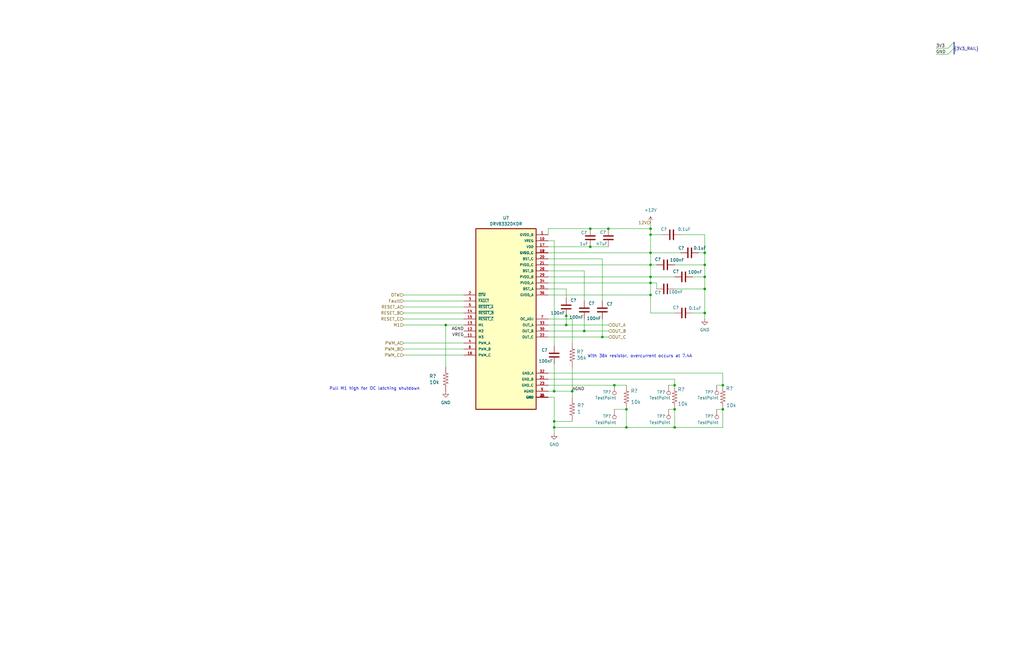
<source format=kicad_sch>
(kicad_sch (version 20231120) (generator "eeschema") (generator_version "8.0")
  (paper "USLedger")
  (lib_symbols
    (symbol "Connector:TestPoint" (pin_numbers hide) (pin_names (offset 0.762) hide)
      (property "Reference" "TP" (at 0 6.858 0))
      (property "Value" "TestPoint" (at 0 5.08 0))
      (symbol "TestPoint_0_1"
        (circle (center 0 3.302) (radius 0.762))
      )
      (symbol "TestPoint_1_1"
        (pin passive line (at 0 0 90) (length 2.54) (name "1") (number "1"))
      )
    )
    (symbol "Device:C" (pin_numbers hide) (pin_names (offset 0.254))
      (property "Reference" "C" (at 0.635 2.54 0))
      (property "Value" "C" (at 0.635 -2.54 0))
      (symbol "C_0_1"
        (polyline (pts (xy -2.032 -0.762) (xy 2.032 -0.762)) (stroke (width 0.508)))
        (polyline (pts (xy -2.032 0.762) (xy 2.032 0.762)) (stroke (width 0.508)))
      )
      (symbol "C_1_1"
        (pin passive line (at 0 3.81 270) (length 2.794) (name "~") (number "1"))
        (pin passive line (at 0 -3.81 90) (length 2.794) (name "~") (number "2"))
      )
    )
    (symbol "adcs:DRV8332DKDR" (pin_names (offset 1.016))
      (property "Reference" "U" (at -12.7 39.1 0))
      (property "Value" "DRV8332DKDR" (at -12.7 -42.1 0))
      (symbol "DRV8332DKDR_0_0"
        (rectangle (start -12.7 -38.1) (end 12.7 38.1) (stroke (width 0.41)) (fill (type background)))
        (pin power_in line (at 17.78 35.56 180) (length 5.08) (name "GVDD_B") (number "1"))
        (pin power_in line (at 17.78 33.02 180) (length 5.08) (name "VREG") (number "10"))
        (pin input line (at -17.78 -7.62 0) (length 5.08) (name "M3") (number "11"))
        (pin input line (at -17.78 -5.08 0) (length 5.08) (name "M2") (number "12"))
        (pin input line (at -17.78 -2.54 0) (length 5.08) (name "M1") (number "13"))
        (pin input line (at -17.78 2.54 0) (length 5.08) (name "~{RESET_B}") (number "14"))
        (pin input line (at -17.78 0 0) (length 5.08) (name "~{RESET_C}") (number "15"))
        (pin input line (at -17.78 -15.24 0) (length 5.08) (name "PWM_C") (number "16"))
        (pin power_in line (at 17.78 30.48 180) (length 5.08) (name "VDD") (number "17"))
        (pin power_in line (at 17.78 27.94 180) (length 5.08) (name "GVDD_C") (number "18"))
        (pin power_in line (at 17.78 27.94 180) (length 5.08) (name "GVDD_C") (number "19"))
        (pin output line (at -17.78 10.16 0) (length 5.08) (name "~{OTW}") (number "2"))
        (pin power_in line (at 17.78 25.4 180) (length 5.08) (name "BST_C") (number "20"))
        (pin power_in line (at 17.78 22.86 180) (length 5.08) (name "PVDD_C") (number "21"))
        (pin output line (at 17.78 -7.62 180) (length 5.08) (name "OUT_C") (number "22"))
        (pin power_in line (at 17.78 -27.94 180) (length 5.08) (name "GND_C") (number "23"))
        (pin power_in line (at 17.78 -33.02 180) (length 5.08) (name "GND") (number "24"))
        (pin power_in line (at 17.78 -33.02 180) (length 5.08) (name "GND") (number "25"))
        (pin power_in line (at 17.78 20.32 180) (length 5.08) (name "BST_B") (number "28"))
        (pin power_in line (at 17.78 17.78 180) (length 5.08) (name "PVDD_B") (number "29"))
        (pin output line (at -17.78 7.62 0) (length 5.08) (name "~{FAULT}") (number "3"))
        (pin output line (at 17.78 -5.08 180) (length 5.08) (name "OUT_B") (number "30"))
        (pin power_in line (at 17.78 -25.4 180) (length 5.08) (name "GND_B") (number "31"))
        (pin power_in line (at 17.78 -22.86 180) (length 5.08) (name "GND_A") (number "32"))
        (pin output line (at 17.78 -2.54 180) (length 5.08) (name "OUT_A") (number "33"))
        (pin power_in line (at 17.78 15.24 180) (length 5.08) (name "PVDD_A") (number "34"))
        (pin power_in line (at 17.78 12.7 180) (length 5.08) (name "BST_A") (number "35"))
        (pin power_in line (at 17.78 10.16 180) (length 5.08) (name "GVDD_A") (number "36"))
        (pin input line (at -17.78 -10.16 0) (length 5.08) (name "PWM_A") (number "4"))
        (pin input line (at -17.78 5.08 0) (length 5.08) (name "~{RESET_A}") (number "5"))
        (pin input line (at -17.78 -12.7 0) (length 5.08) (name "PWM_B") (number "6"))
        (pin output line (at 17.78 0 180) (length 5.08) (name "OC_ADJ") (number "7"))
        (pin power_in line (at 17.78 -33.02 180) (length 5.08) (name "GND") (number "8"))
        (pin power_in line (at 17.78 -30.48 180) (length 5.08) (name "AGND") (number "9"))
      )
    )
    (symbol "power:+12V" (power) (pin_names (offset 0))
      (property "Value" "+12V" (at 0 3.556 0))
      (symbol "+12V_0_1"
        (polyline (pts (xy -0.762 1.27) (xy 0 2.54)))
        (polyline (pts (xy 0 0) (xy 0 2.54)))
        (polyline (pts (xy 0 2.54) (xy 0.762 1.27)))
      )
      (symbol "+12V_1_1"
        (pin power_in line (at 0 0 90) (length 0) hide (name "+12V") (number "1"))
      )
    )
    (symbol "power:GND" (power) (pin_names (offset 0))
      (property "Value" "GND" (at 0 -3.81 0))
      (symbol "GND_0_1"
        (polyline (pts (xy 0 0) (xy 0 -1.27) (xy 1.27 -1.27) (xy 0 -2.54) (xy -1.27 -1.27) (xy 0 -1.27)))
      )
      (symbol "GND_1_1"
        (pin power_in line (at 0 0 270) (length 0) hide (name "GND") (number "1"))
      )
    )
    (symbol "pycubed_mainboard:R-US_R0603" (pin_names (offset 1.016))
      (property "Reference" "R" (at -3.81 1.4986 0))
      (property "Value" "R-US_R0603" (at -3.81 -3.302 0))
      (symbol "R-US_R0603_1_0"
        (polyline (pts (xy -2.54 0) (xy -2.159 1.016)))
        (polyline (pts (xy -2.159 1.016) (xy -1.524 -1.016)))
        (polyline (pts (xy -1.524 -1.016) (xy -0.889 1.016)))
        (polyline (pts (xy -0.889 1.016) (xy -0.254 -1.016)))
        (polyline (pts (xy -0.254 -1.016) (xy 0.381 1.016)))
        (polyline (pts (xy 0.381 1.016) (xy 1.016 -1.016)))
        (polyline (pts (xy 1.016 -1.016) (xy 1.651 1.016)))
        (polyline (pts (xy 1.651 1.016) (xy 2.286 -1.016)))
        (polyline (pts (xy 2.286 -1.016) (xy 2.54 0)))
        (pin passive line (at -5.08 0 0) (length 2.54) (name "1") (number "1"))
        (pin passive line (at 5.08 0 180) (length 2.54) (name "2") (number "2"))
      )
    )
  )
  (junction (at 256.54 96.52))
  (junction (at 238.76 137.16))
  (junction (at 274.32 116.84))
  (junction (at 246.38 139.7))
  (junction (at 274.32 99.06))
  (junction (at 238.76 133.35))
  (junction (at 297.18 132.08))
  (junction (at 284.48 172.72))
  (junction (at 274.32 124.46))
  (junction (at 304.8 162.56))
  (junction (at 274.32 106.68))
  (junction (at 274.32 111.76))
  (junction (at 248.92 104.14))
  (junction (at 233.68 180.34))
  (junction (at 304.8 172.72))
  (junction (at 274.32 119.38))
  (junction (at 297.18 121.92))
  (junction (at 241.3 165.1))
  (junction (at 254 142.24))
  (junction (at 284.48 162.56))
  (junction (at 297.18 111.76))
  (junction (at 248.92 96.52))
  (junction (at 233.68 177.8))
  (junction (at 259.08 162.56))
  (junction (at 233.68 165.1))
  (junction (at 284.48 180.34))
  (junction (at 297.18 116.84))
  (junction (at 274.32 96.52))
  (junction (at 264.16 172.72))
  (junction (at 264.16 180.34))
  (junction (at 297.18 106.68))
  (junction (at 187.96 137.16))
  (bus_entry (at 402.336 20.32) (size -2.54 2.54))
  (bus_entry (at 402.336 17.78) (size -2.54 2.54))
  (wire (pts (xy 246.38 139.7) (xy 256.54 139.7)))
  (wire (pts (xy 304.8 157.48) (xy 304.8 162.56)))
  (wire (pts (xy 302.26 172.72) (xy 304.8 172.72)))
  (wire (pts (xy 170.18 127) (xy 195.58 127)))
  (wire (pts (xy 231.14 109.22) (xy 254 109.22)))
  (wire (pts (xy 254 134.62) (xy 254 142.24)))
  (wire (pts (xy 394.716 20.32) (xy 399.796 20.32)))
  (wire (pts (xy 256.54 96.52) (xy 274.32 96.52)))
  (wire (pts (xy 274.32 119.38) (xy 274.32 124.46)))
  (wire (pts (xy 248.92 96.52) (xy 256.54 96.52)))
  (wire (pts (xy 233.68 180.34) (xy 233.68 182.88)))
  (wire (pts (xy 287.02 99.06) (xy 297.18 99.06)))
  (wire (pts (xy 297.18 121.92) (xy 297.18 132.08)))
  (wire (pts (xy 297.18 132.08) (xy 297.18 134.62)))
  (wire (pts (xy 281.94 172.72) (xy 284.48 172.72)))
  (wire (pts (xy 274.32 93.98) (xy 274.32 96.52)))
  (wire (pts (xy 294.64 106.68) (xy 297.18 106.68)))
  (wire (pts (xy 231.14 121.92) (xy 238.76 121.92)))
  (wire (pts (xy 297.18 116.84) (xy 297.18 121.92)))
  (wire (pts (xy 246.38 114.3) (xy 246.38 127)))
  (wire (pts (xy 231.14 142.24) (xy 254 142.24)))
  (wire (pts (xy 297.18 111.76) (xy 297.18 116.84)))
  (wire (pts (xy 274.32 111.76) (xy 274.32 116.84)))
  (wire (pts (xy 292.1 116.84) (xy 297.18 116.84)))
  (wire (pts (xy 274.32 106.68) (xy 287.02 106.68)))
  (wire (pts (xy 292.1 132.08) (xy 297.18 132.08)))
  (wire (pts (xy 284.48 116.84) (xy 274.32 116.84)))
  (wire (pts (xy 274.32 106.68) (xy 274.32 111.76)))
  (wire (pts (xy 231.14 106.68) (xy 274.32 106.68)))
  (wire (pts (xy 231.14 124.46) (xy 274.32 124.46)))
  (wire (pts (xy 284.48 162.56) (xy 281.94 162.56)))
  (wire (pts (xy 231.14 165.1) (xy 233.68 165.1)))
  (wire (pts (xy 274.32 116.84) (xy 274.32 119.38)))
  (wire (pts (xy 297.18 106.68) (xy 297.18 111.76)))
  (wire (pts (xy 297.18 99.06) (xy 297.18 106.68)))
  (wire (pts (xy 187.96 137.16) (xy 187.96 154.94)))
  (wire (pts (xy 231.14 114.3) (xy 246.38 114.3)))
  (wire (pts (xy 231.14 134.62) (xy 241.3 134.62)))
  (wire (pts (xy 231.14 104.14) (xy 248.92 104.14)))
  (wire (pts (xy 231.14 157.48) (xy 304.8 157.48)))
  (wire (pts (xy 233.68 177.8) (xy 233.68 180.34)))
  (wire (pts (xy 274.32 132.08) (xy 284.48 132.08)))
  (wire (pts (xy 264.16 180.34) (xy 233.68 180.34)))
  (wire (pts (xy 284.48 160.02) (xy 284.48 162.56)))
  (wire (pts (xy 233.68 167.64) (xy 233.68 177.8)))
  (wire (pts (xy 233.68 165.1) (xy 241.3 165.1)))
  (wire (pts (xy 241.3 134.62) (xy 241.3 144.78)))
  (wire (pts (xy 231.14 162.56) (xy 259.08 162.56)))
  (wire (pts (xy 231.14 139.7) (xy 246.38 139.7)))
  (wire (pts (xy 284.48 172.72) (xy 284.48 180.34)))
  (wire (pts (xy 254 109.22) (xy 254 127)))
  (wire (pts (xy 170.18 134.62) (xy 195.58 134.62)))
  (wire (pts (xy 233.68 153.67) (xy 233.68 165.1)))
  (wire (pts (xy 231.14 116.84) (xy 274.32 116.84)))
  (wire (pts (xy 274.32 99.06) (xy 274.32 106.68)))
  (wire (pts (xy 274.32 96.52) (xy 274.32 99.06)))
  (wire (pts (xy 254 142.24) (xy 256.54 142.24)))
  (wire (pts (xy 170.18 147.32) (xy 195.58 147.32)))
  (bus (pts (xy 402.336 20.32) (xy 402.336 22.86)))
  (wire (pts (xy 187.96 137.16) (xy 195.58 137.16)))
  (wire (pts (xy 231.14 96.52) (xy 248.92 96.52)))
  (wire (pts (xy 241.3 165.1) (xy 241.3 167.64)))
  (wire (pts (xy 284.48 121.92) (xy 297.18 121.92)))
  (wire (pts (xy 284.48 180.34) (xy 264.16 180.34)))
  (wire (pts (xy 170.18 137.16) (xy 187.96 137.16)))
  (wire (pts (xy 233.68 177.8) (xy 241.3 177.8)))
  (wire (pts (xy 276.86 121.92) (xy 276.86 119.38)))
  (wire (pts (xy 233.68 167.64) (xy 231.14 167.64)))
  (wire (pts (xy 170.18 129.54) (xy 195.58 129.54)))
  (wire (pts (xy 238.76 132.08) (xy 238.76 133.35)))
  (wire (pts (xy 170.18 149.86) (xy 195.58 149.86)))
  (wire (pts (xy 304.8 162.56) (xy 302.26 162.56)))
  (wire (pts (xy 238.76 121.92) (xy 238.76 125.73)))
  (wire (pts (xy 238.76 137.16) (xy 256.54 137.16)))
  (wire (pts (xy 170.18 144.78) (xy 195.58 144.78)))
  (wire (pts (xy 284.48 111.76) (xy 297.18 111.76)))
  (wire (pts (xy 274.32 119.38) (xy 276.86 119.38)))
  (wire (pts (xy 259.08 172.72) (xy 264.16 172.72)))
  (bus (pts (xy 402.336 17.78) (xy 402.336 20.32)))
  (wire (pts (xy 233.68 101.6) (xy 231.14 101.6)))
  (wire (pts (xy 246.38 139.7) (xy 246.38 134.62)))
  (wire (pts (xy 274.32 99.06) (xy 279.4 99.06)))
  (wire (pts (xy 231.14 119.38) (xy 274.32 119.38)))
  (wire (pts (xy 241.3 154.94) (xy 241.3 165.1)))
  (wire (pts (xy 304.8 180.34) (xy 284.48 180.34)))
  (wire (pts (xy 170.18 132.08) (xy 195.58 132.08)))
  (wire (pts (xy 264.16 162.56) (xy 259.08 162.56)))
  (wire (pts (xy 394.716 22.86) (xy 399.796 22.86)))
  (wire (pts (xy 231.14 160.02) (xy 284.48 160.02)))
  (wire (pts (xy 274.32 124.46) (xy 274.32 132.08)))
  (wire (pts (xy 231.14 137.16) (xy 238.76 137.16)))
  (wire (pts (xy 233.68 101.6) (xy 233.68 146.05)))
  (wire (pts (xy 276.86 111.76) (xy 274.32 111.76)))
  (wire (pts (xy 304.8 172.72) (xy 304.8 180.34)))
  (wire (pts (xy 264.16 172.72) (xy 264.16 180.34)))
  (wire (pts (xy 231.14 111.76) (xy 274.32 111.76)))
  (wire (pts (xy 248.92 104.14) (xy 256.54 104.14)))
  (wire (pts (xy 231.14 96.52) (xy 231.14 99.06)))
  (wire (pts (xy 170.18 124.46) (xy 195.58 124.46)))
  (wire (pts (xy 238.76 133.35) (xy 238.76 137.16)))
  (text "With 36k resistor, overcurrent occurs at 7.4A" (at 247.6754 151.1046 0) (effects (font (size 1.27 1.27)) (justify left bottom)))
  (text "Pull M1 high for OC latching shutdown" (at 177.0634 164.8206 0) (effects (font (size 1.27 1.27)) (justify right bottom)))
  (label "AGND" (at 195.58 139.7 180))
  (label "VREG" (at 195.58 142.24 180))
  (label "GND" (at 394.716 22.86 0))
  (label "3V3" (at 394.716 20.32 0))
  (label "AGND" (at 241.3 165.1 0))
  (label "{3V3_RAIL}" (at 402.336 21.59 0))
  (hierarchical_label "OUT_C" (shape input) (at 256.54 142.24 0))
  (hierarchical_label "Fault" (shape input) (at 170.18 127 180))
  (hierarchical_label "12V" (shape input) (at 274.32 93.98 180))
  (hierarchical_label "RESET_C" (shape input) (at 170.18 134.62 180))
  (hierarchical_label "OUT_B" (shape input) (at 256.54 139.7 0))
  (hierarchical_label "RESET_B" (shape input) (at 170.18 132.08 180))
  (hierarchical_label "PWM_C" (shape input) (at 170.18 149.86 180))
  (hierarchical_label "OTW" (shape input) (at 170.18 124.46 180))
  (hierarchical_label "PWM_A" (shape input) (at 170.18 144.78 180))
  (hierarchical_label "PWM_B" (shape input) (at 170.18 147.32 180))
  (hierarchical_label "OUT_A" (shape input) (at 256.54 137.16 0))
  (hierarchical_label "M1" (shape input) (at 170.18 137.16 180))
  (hierarchical_label "RESET_A" (shape input) (at 170.18 129.54 180))
  (symbol (lib_id "pycubed_mainboard:R-US_R0603") (at 264.16 167.64 90) (unit 1)
    (property "Reference" "R?" (at 265.938 164.973 90) (effects (font (size 1.4986 1.4986)) (justify right)))
    (property "Value" "10k" (at 265.938 169.672 90) (effects (font (size 1.4986 1.4986)) (justify right)))
  )
  (symbol (lib_id "Device:C") (at 246.38 130.81 180) (unit 1)
    (property "Reference" "C?" (at 249.428 128.016 0))
    (property "Value" "100nF" (at 243.078 133.858 0))
  )
  (symbol (lib_id "power:GND") (at 233.68 182.88 0) (unit 1)
    (property "Reference" "#PWR?" (effects (hide yes)))
    (property "Value" "GND" (at 233.68 187.579 0))
  )
  (symbol (lib_id "Connector:TestPoint") (at 281.94 172.72 180) (unit 1)
    (property "Reference" "TP?" (at 280.543 175.6605 0) (effects (justify left)))
    (property "Value" "TestPoint" (at 282.702 178.308 0) (effects (justify left)))
    (property "Footprint" "TestPoint:TestPoint_Pad_D1.0mm" (effects (hide yes)))
  )
  (symbol (lib_id "pycubed_mainboard:R-US_R0603") (at 284.48 167.64 90) (unit 1)
    (property "Reference" "R?" (at 285.75 164.338 90) (effects (font (size 1.4986 1.4986)) (justify right)))
    (property "Value" "10k" (at 285.75 170.434 90) (effects (font (size 1.4986 1.4986)) (justify right)))
  )
  (symbol (lib_id "power:GND") (at 297.18 134.62 0) (unit 1)
    (property "Reference" "#PWR?" (effects (hide yes)))
    (property "Value" "GND" (at 297.18 139.192 0))
  )
  (symbol (lib_id "pycubed_mainboard:R-US_R0603") (at 241.3 149.86 90) (unit 1)
    (property "Reference" "R?" (at 243.078 148.463 90) (effects (font (size 1.4986 1.4986)) (justify right)))
    (property "Value" "36k" (at 243.078 151.003 90) (effects (font (size 1.4986 1.4986)) (justify right)))
  )
  (symbol (lib_id "Connector:TestPoint") (at 302.26 162.56 180) (unit 1)
    (property "Reference" "TP?" (at 300.863 165.5005 0) (effects (justify left)))
    (property "Value" "TestPoint" (at 303.022 167.894 0) (effects (justify left)))
    (property "Footprint" "TestPoint:TestPoint_Pad_D1.0mm" (effects (hide yes)))
  )
  (symbol (lib_id "Connector:TestPoint") (at 302.26 172.72 180) (unit 1)
    (property "Reference" "TP?" (at 300.863 175.6605 0) (effects (justify left)))
    (property "Value" "TestPoint" (at 303.022 178.308 0) (effects (justify left)))
    (property "Footprint" "TestPoint:TestPoint_Pad_D1.0mm" (effects (hide yes)))
  )
  (symbol (lib_id "Device:C") (at 283.21 99.06 90) (unit 1)
    (property "Reference" "C?" (at 279.908 96.774 90))
    (property "Value" "0.1uF" (at 288.544 96.774 90))
  )
  (symbol (lib_id "adcs:DRV8332DKDR") (at 213.36 134.62 0) (unit 1)
    (property "Reference" "U?" (at 213.36 91.948 0))
    (property "Value" "DRV8332DKDR" (at 213.36 94.488 0))
    (property "Footprint" "DRV8332DKDR:SOP65P1420X360-36N" (effects (hide yes)))
    (property "Description" "\n70-V max, 9.7A peak 3-phase motor driver with heatsink connection\n" (effects (hide yes)))
    (property "MF" "Texas Instruments" (effects (hide yes)))
    (property "Package" "HSSOP-36 Texas Instruments" (effects (hide yes)))
    (property "Price" "None" (effects (hide yes)))
    (property "SnapEDA_Link" "https://www.snapeda.com/parts/DRV8332DKDR/Texas+Instruments/view-part/?ref=snap" (effects (hide yes)))
    (property "MP" "DRV8332DKDR" (effects (hide yes)))
    (property "Purchase-URL" "https://www.snapeda.com/api/url_track_click_mouser/?unipart_id=44976&manufacturer=Texas Instruments&part_name=DRV8332DKDR&search_term=None" (effects (hide yes)))
    (property "Availability" "In Stock" (effects (hide yes)))
    (property "Check_prices" "https://www.snapeda.com/parts/DRV8332DKDR/Texas+Instruments/view-part/?ref=eda" (effects (hide yes)))
  )
  (symbol (lib_id "Device:C") (at 256.54 100.33 180) (unit 1)
    (property "Reference" "C?" (at 254.254 98.044 0))
    (property "Value" "47uF" (at 253.746 102.87 0))
  )
  (symbol (lib_id "Device:C") (at 233.68 149.86 180) (unit 1)
    (property "Reference" "C?" (at 229.616 147.701 0))
    (property "Value" "100nF" (at 230.124 152.4 0))
  )
  (symbol (lib_id "Connector:TestPoint") (at 259.08 172.72 180) (unit 1)
    (property "Reference" "TP?" (at 257.683 175.6605 0) (effects (justify left)))
    (property "Value" "TestPoint" (at 259.842 178.308 0) (effects (justify left)))
    (property "Footprint" "TestPoint:TestPoint_Pad_D1.0mm" (effects (hide yes)))
  )
  (symbol (lib_id "pycubed_mainboard:R-US_R0603") (at 304.8 167.64 90) (unit 1)
    (property "Reference" "R?" (at 306.07 163.957 90) (effects (font (size 1.4986 1.4986)) (justify right)))
    (property "Value" "10k" (at 306.197 171.069 90) (effects (font (size 1.4986 1.4986)) (justify right)))
  )
  (symbol (lib_id "Device:C") (at 288.29 116.84 90) (unit 1)
    (property "Reference" "C?" (at 284.988 114.554 90))
    (property "Value" "100nF" (at 293.116 114.808 90))
  )
  (symbol (lib_id "pycubed_mainboard:R-US_R0603") (at 187.96 160.02 90) (unit 1)
    (property "Reference" "R?" (at 180.975 158.75 90) (effects (font (size 1.4986 1.4986)) (justify right)))
    (property "Value" "10k" (at 180.975 161.29 90) (effects (font (size 1.4986 1.4986)) (justify right)))
  )
  (symbol (lib_id "Connector:TestPoint") (at 259.08 162.56 180) (unit 1)
    (property "Reference" "TP?" (at 257.683 165.5005 0) (effects (justify left)))
    (property "Value" "TestPoint" (at 259.842 167.894 0) (effects (justify left)))
    (property "Footprint" "TestPoint:TestPoint_Pad_D1.0mm" (effects (hide yes)))
  )
  (symbol (lib_id "pycubed_mainboard:R-US_R0603") (at 241.3 172.72 90) (unit 1)
    (property "Reference" "R?" (at 243.332 171.069 90) (effects (font (size 1.4986 1.4986)) (justify right)))
    (property "Value" "1" (at 243.332 173.736 90) (effects (font (size 1.4986 1.4986)) (justify right)))
  )
  (symbol (lib_id "Device:C") (at 238.76 129.54 180) (unit 1)
    (property "Reference" "C?" (at 241.808 126.746 0))
    (property "Value" "100nF" (at 235.204 132.08 0))
  )
  (symbol (lib_id "Device:C") (at 280.67 121.92 90) (unit 1)
    (property "Reference" "C?" (at 277.368 123.444 90))
    (property "Value" "100nF" (at 284.988 123.19 90))
  )
  (symbol (lib_id "Device:C") (at 254 130.81 180) (unit 1)
    (property "Reference" "C?" (at 257.048 128.27 0))
    (property "Value" "100nF" (at 250.444 134.366 0))
  )
  (symbol (lib_id "power:+12V") (at 274.32 93.98 0) (unit 1)
    (property "Reference" "#PWR?" (effects (hide yes)))
    (property "Value" "+12V" (at 274.32 88.646 0))
  )
  (symbol (lib_id "Connector:TestPoint") (at 281.94 162.56 180) (unit 1)
    (property "Reference" "TP?" (at 280.543 165.5005 0) (effects (justify left)))
    (property "Value" "TestPoint" (at 282.702 167.894 0) (effects (justify left)))
    (property "Footprint" "TestPoint:TestPoint_Pad_D1.0mm" (effects (hide yes)))
  )
  (symbol (lib_id "Device:C") (at 288.29 132.08 90) (unit 1)
    (property "Reference" "C?" (at 284.988 129.794 90))
    (property "Value" "0.1uF" (at 293.116 130.048 90))
  )
  (symbol (lib_id "Device:C") (at 280.67 111.76 90) (unit 1)
    (property "Reference" "C?" (at 277.368 109.474 90))
    (property "Value" "100nF" (at 285.496 109.728 90))
  )
  (symbol (lib_id "power:GND") (at 187.96 165.1 0) (unit 1)
    (property "Reference" "#PWR?" (effects (hide yes)))
    (property "Value" "GND" (at 187.96 169.926 0))
  )
  (symbol (lib_id "Device:C") (at 248.92 100.33 180) (unit 1)
    (property "Reference" "C?" (at 246.253 98.171 0))
    (property "Value" "1uF" (at 246.253 102.87 0))
  )
  (symbol (lib_id "Device:C") (at 290.83 106.68 90) (unit 1)
    (property "Reference" "C?" (at 287.274 104.648 90))
    (property "Value" "0.1uF" (at 295.148 104.648 90))
  )
)
</source>
